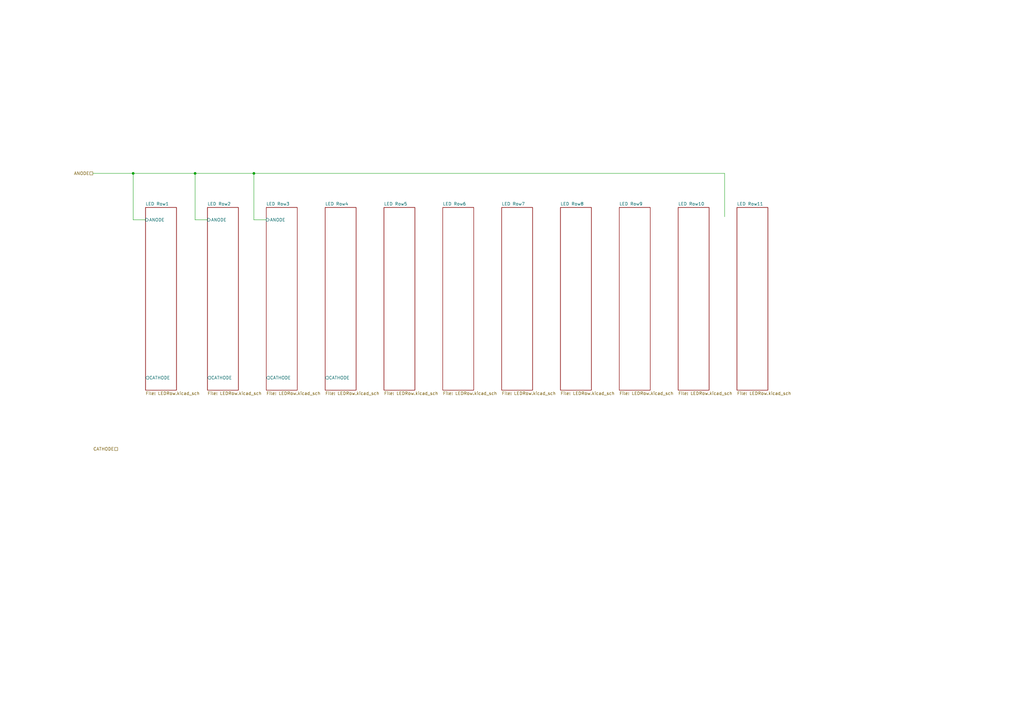
<source format=kicad_sch>
(kicad_sch (version 20211123) (generator eeschema)
  (paper "A3")
  (lib_symbols)
  (junction (at 104.14 71.12))
  (junction (at 80.01 71.12))
  (junction (at 54.61 71.12))
  (wire (pts (xy 38.1 71.12) (xy 54.61 71.12)))
  (wire (pts (xy 80.01 90.17) (xy 80.01 71.12)))
  (wire (pts (xy 104.14 71.12) (xy 297.18 71.12)))
  (wire (pts (xy 85.09 90.17) (xy 80.01 90.17)))
  (wire (pts (xy 80.01 71.12) (xy 104.14 71.12)))
  (wire (pts (xy 54.61 90.17) (xy 54.61 71.12)))
  (wire (pts (xy 54.61 71.12) (xy 80.01 71.12)))
  (wire (pts (xy 104.14 90.17) (xy 104.14 71.12)))
  (wire (pts (xy 59.69 90.17) (xy 54.61 90.17)))
  (wire (pts (xy 109.22 90.17) (xy 104.14 90.17)))
  (wire (pts (xy 297.18 71.12) (xy 297.18 88.9)))
  (hierarchical_label "CATHODE" (shape passive) (at 48.26 184.15 180))
  (hierarchical_label "ANODE" (shape passive) (at 38.1 71.12 180))
  (sheet (at 133.35 85.09) (size 12.7 74.93) (stroke (width 0.1524))
    (property "Sheet name" "LED Row4" (at 133.35 84.3784 0) (effects (justify left bottom)))
    (property "Sheet file" "LEDRow.kicad_sch" (at 133.35 160.6046 0) (effects (justify left top)))
    (pin "CATHODE" output (at 133.35 154.94 180))
  )
  (sheet (at 157.48 85.09) (size 12.7 74.93) (stroke (width 0.1524))
    (property "Sheet name" "LED Row5" (at 157.48 84.3784 0) (effects (justify left bottom)))
    (property "Sheet file" "LEDRow.kicad_sch" (at 157.48 160.6046 0) (effects (justify left top)))
  )
  (sheet (at 302.26 85.09) (size 12.7 74.93) (stroke (width 0.1524))
    (property "Sheet name" "LED Row11" (at 302.26 84.3784 0) (effects (justify left bottom)))
    (property "Sheet file" "LEDRow.kicad_sch" (at 302.26 160.6046 0) (effects (justify left top)))
  )
  (sheet (at 278.13 85.09) (size 12.7 74.93) (stroke (width 0.1524))
    (property "Sheet name" "LED Row10" (at 278.13 84.3784 0) (effects (justify left bottom)))
    (property "Sheet file" "LEDRow.kicad_sch" (at 278.13 160.6046 0) (effects (justify left top)))
  )
  (sheet (at 109.22 85.09) (size 12.7 74.93) (stroke (width 0.1524))
    (property "Sheet name" "LED Row3" (at 109.22 84.3784 0) (effects (justify left bottom)))
    (property "Sheet file" "LEDRow.kicad_sch" (at 109.22 160.6046 0) (effects (justify left top)))
    (pin "CATHODE" output (at 109.22 154.94 180))
    (pin "ANODE" input (at 109.22 90.17 180))
  )
  (sheet (at 205.74 85.09) (size 12.7 74.93) (stroke (width 0.1524))
    (property "Sheet name" "LED Row7" (at 205.74 84.3784 0) (effects (justify left bottom)))
    (property "Sheet file" "LEDRow.kicad_sch" (at 205.74 160.6046 0) (effects (justify left top)))
  )
  (sheet (at 85.09 85.09) (size 12.7 74.93) (stroke (width 0.1524))
    (property "Sheet name" "LED Row2" (at 85.09 84.3784 0) (effects (justify left bottom)))
    (property "Sheet file" "LEDRow.kicad_sch" (at 85.09 160.6046 0) (effects (justify left top)))
    (pin "CATHODE" output (at 85.09 154.94 180))
    (pin "ANODE" input (at 85.09 90.17 180))
  )
  (sheet (at 254 85.09) (size 12.7 74.93) (stroke (width 0.1524))
    (property "Sheet name" "LED Row9" (at 254 84.3784 0) (effects (justify left bottom)))
    (property "Sheet file" "LEDRow.kicad_sch" (at 254 160.6046 0) (effects (justify left top)))
  )
  (sheet (at 181.61 85.09) (size 12.7 74.93) (stroke (width 0.1524))
    (property "Sheet name" "LED Row6" (at 181.61 84.3784 0) (effects (justify left bottom)))
    (property "Sheet file" "LEDRow.kicad_sch" (at 181.61 160.6046 0) (effects (justify left top)))
  )
  (sheet (at 59.69 85.09) (size 12.7 74.93) (stroke (width 0.1524))
    (property "Sheet name" "LED Row1" (at 59.69 84.3784 0) (effects (justify left bottom)))
    (property "Sheet file" "LEDRow.kicad_sch" (at 59.69 160.6046 0) (effects (justify left top)))
    (pin "CATHODE" output (at 59.69 154.94 180))
    (pin "ANODE" input (at 59.69 90.17 180))
  )
  (sheet (at 229.87 85.09) (size 12.7 74.93) (stroke (width 0.1524))
    (property "Sheet name" "LED Row8" (at 229.87 84.3784 0) (effects (justify left bottom)))
    (property "Sheet file" "LEDRow.kicad_sch" (at 229.87 160.6046 0) (effects (justify left top)))
  )
)
</source>
